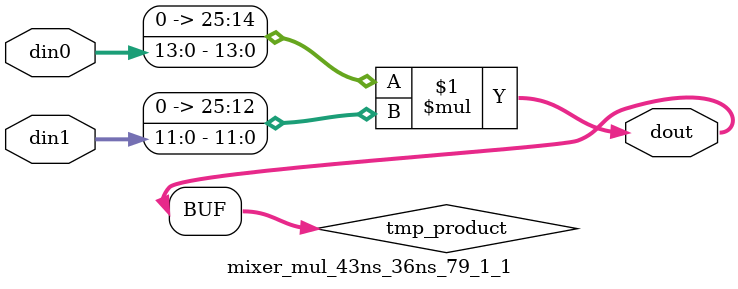
<source format=v>

`timescale 1 ns / 1 ps

 module mixer_mul_43ns_36ns_79_1_1(din0, din1, dout);
parameter ID = 1;
parameter NUM_STAGE = 0;
parameter din0_WIDTH = 14;
parameter din1_WIDTH = 12;
parameter dout_WIDTH = 26;

input [din0_WIDTH - 1 : 0] din0; 
input [din1_WIDTH - 1 : 0] din1; 
output [dout_WIDTH - 1 : 0] dout;

wire signed [dout_WIDTH - 1 : 0] tmp_product;
























assign tmp_product = $signed({1'b0, din0}) * $signed({1'b0, din1});











assign dout = tmp_product;





















endmodule

</source>
